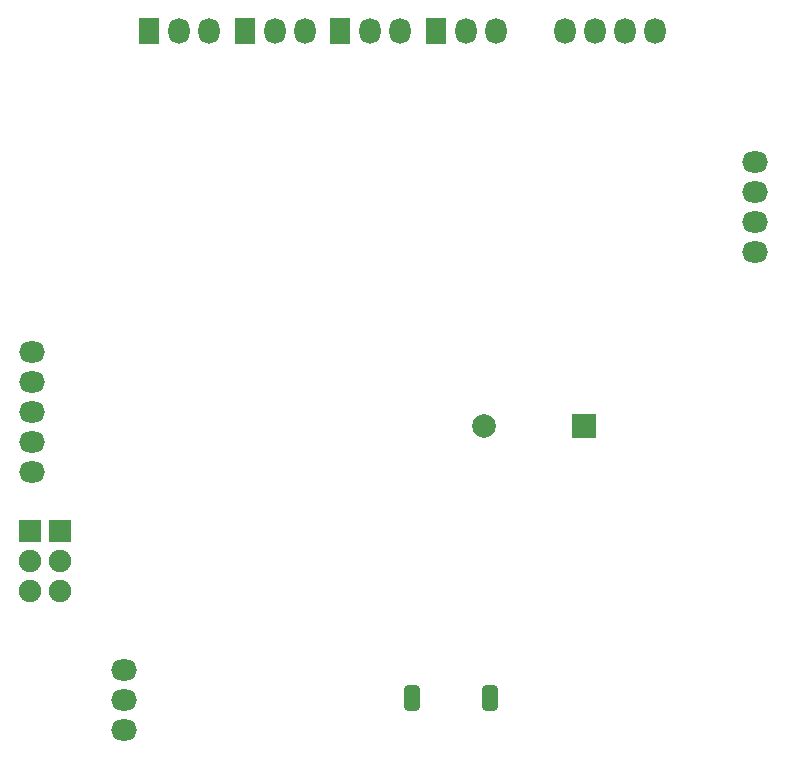
<source format=gbs>
G04 Layer_Color=16711935*
%FSLAX44Y44*%
%MOMM*%
G71*
G01*
G75*
%ADD61C,2.0000*%
%ADD62R,2.0000X2.0000*%
G04:AMPARAMS|DCode=63|XSize=2.2mm|YSize=1.4mm|CornerRadius=0.4mm|HoleSize=0mm|Usage=FLASHONLY|Rotation=90.000|XOffset=0mm|YOffset=0mm|HoleType=Round|Shape=RoundedRectangle|*
%AMROUNDEDRECTD63*
21,1,2.2000,0.6000,0,0,90.0*
21,1,1.4000,1.4000,0,0,90.0*
1,1,0.8000,0.3000,0.7000*
1,1,0.8000,0.3000,-0.7000*
1,1,0.8000,-0.3000,-0.7000*
1,1,0.8000,-0.3000,0.7000*
%
%ADD63ROUNDEDRECTD63*%
%ADD64O,2.2000X1.8000*%
%ADD65O,1.8000X2.2000*%
%ADD66R,1.8000X2.2000*%
%ADD67R,1.9000X1.9000*%
%ADD68C,1.9000*%
D61*
X83000Y-35000D02*
D03*
D62*
X167000D02*
D03*
D63*
X21500Y-265000D02*
D03*
X87500D02*
D03*
D64*
X312500Y112500D02*
D03*
Y137900D02*
D03*
Y163300D02*
D03*
Y188700D02*
D03*
X-222000Y-292400D02*
D03*
Y-267000D02*
D03*
Y-241600D02*
D03*
X-300000Y-73300D02*
D03*
Y-47900D02*
D03*
Y-22500D02*
D03*
Y2900D02*
D03*
Y28300D02*
D03*
D65*
X-69100Y299500D02*
D03*
X-94500D02*
D03*
X93000Y299500D02*
D03*
X67600D02*
D03*
X-150100D02*
D03*
X-175500D02*
D03*
X11900D02*
D03*
X-13500D02*
D03*
X227400Y300000D02*
D03*
X202000D02*
D03*
X176600D02*
D03*
X151200D02*
D03*
D66*
X-119900Y299500D02*
D03*
X42200Y299500D02*
D03*
X-200900D02*
D03*
X-38900D02*
D03*
D67*
X-301700Y-123600D02*
D03*
X-276300D02*
D03*
D68*
X-301700Y-149000D02*
D03*
X-276300D02*
D03*
Y-174400D02*
D03*
X-301700D02*
D03*
M02*

</source>
